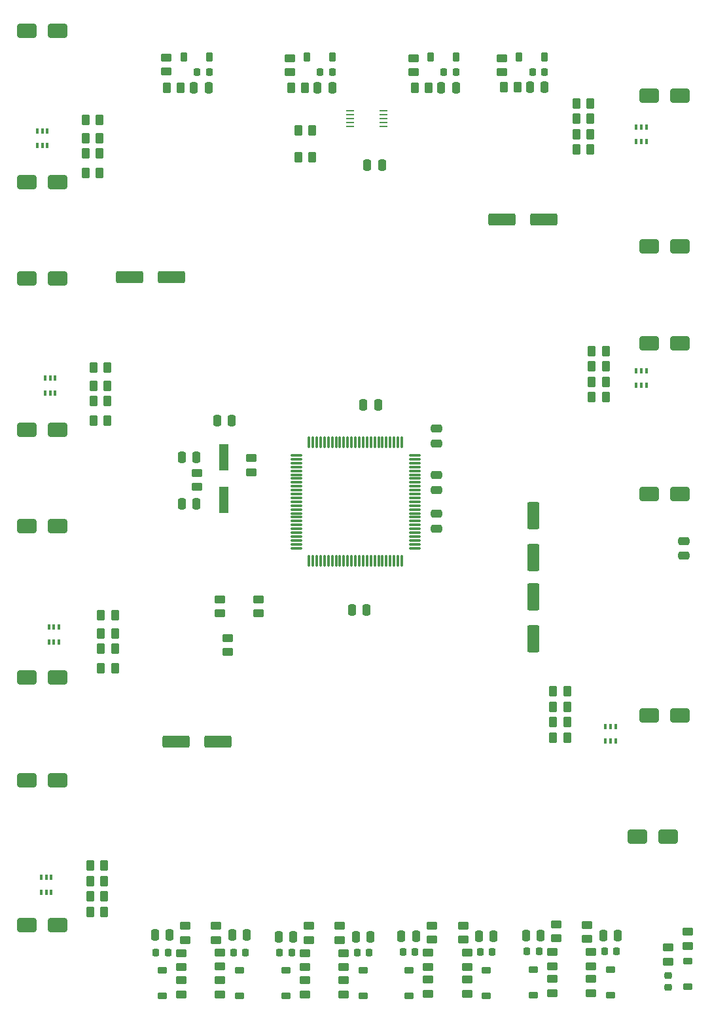
<source format=gbr>
%TF.GenerationSoftware,KiCad,Pcbnew,8.0.7-8.0.7-0~ubuntu22.04.1*%
%TF.CreationDate,2025-02-03T14:05:17-05:00*%
%TF.ProjectId,Keg Washer,4b656720-5761-4736-9865-722e6b696361,rev?*%
%TF.SameCoordinates,Original*%
%TF.FileFunction,Paste,Top*%
%TF.FilePolarity,Positive*%
%FSLAX46Y46*%
G04 Gerber Fmt 4.6, Leading zero omitted, Abs format (unit mm)*
G04 Created by KiCad (PCBNEW 8.0.7-8.0.7-0~ubuntu22.04.1) date 2025-02-03 14:05:17*
%MOMM*%
%LPD*%
G01*
G04 APERTURE LIST*
G04 Aperture macros list*
%AMRoundRect*
0 Rectangle with rounded corners*
0 $1 Rounding radius*
0 $2 $3 $4 $5 $6 $7 $8 $9 X,Y pos of 4 corners*
0 Add a 4 corners polygon primitive as box body*
4,1,4,$2,$3,$4,$5,$6,$7,$8,$9,$2,$3,0*
0 Add four circle primitives for the rounded corners*
1,1,$1+$1,$2,$3*
1,1,$1+$1,$4,$5*
1,1,$1+$1,$6,$7*
1,1,$1+$1,$8,$9*
0 Add four rect primitives between the rounded corners*
20,1,$1+$1,$2,$3,$4,$5,0*
20,1,$1+$1,$4,$5,$6,$7,0*
20,1,$1+$1,$6,$7,$8,$9,0*
20,1,$1+$1,$8,$9,$2,$3,0*%
G04 Aperture macros list end*
%ADD10RoundRect,0.250000X1.500000X0.550000X-1.500000X0.550000X-1.500000X-0.550000X1.500000X-0.550000X0*%
%ADD11RoundRect,0.250000X-1.500000X-0.550000X1.500000X-0.550000X1.500000X0.550000X-1.500000X0.550000X0*%
%ADD12RoundRect,0.250000X-0.475000X0.250000X-0.475000X-0.250000X0.475000X-0.250000X0.475000X0.250000X0*%
%ADD13RoundRect,0.250000X-0.250000X-0.475000X0.250000X-0.475000X0.250000X0.475000X-0.250000X0.475000X0*%
%ADD14RoundRect,0.250000X-0.450000X0.262500X-0.450000X-0.262500X0.450000X-0.262500X0.450000X0.262500X0*%
%ADD15RoundRect,0.218750X-0.256250X0.218750X-0.256250X-0.218750X0.256250X-0.218750X0.256250X0.218750X0*%
%ADD16RoundRect,0.225000X-0.375000X0.225000X-0.375000X-0.225000X0.375000X-0.225000X0.375000X0.225000X0*%
%ADD17R,1.200000X3.500000*%
%ADD18RoundRect,0.075000X-0.662500X0.075000X-0.662500X-0.075000X0.662500X-0.075000X0.662500X0.075000X0*%
%ADD19RoundRect,0.075000X-0.075000X0.662500X-0.075000X-0.662500X0.075000X-0.662500X0.075000X0.662500X0*%
%ADD20R,1.100000X0.250000*%
%ADD21RoundRect,0.250000X0.450000X-0.262500X0.450000X0.262500X-0.450000X0.262500X-0.450000X-0.262500X0*%
%ADD22RoundRect,0.250000X0.262500X0.450000X-0.262500X0.450000X-0.262500X-0.450000X0.262500X-0.450000X0*%
%ADD23RoundRect,0.250000X-0.262500X-0.450000X0.262500X-0.450000X0.262500X0.450000X-0.262500X0.450000X0*%
%ADD24RoundRect,0.100000X-0.100000X0.225000X-0.100000X-0.225000X0.100000X-0.225000X0.100000X0.225000X0*%
%ADD25RoundRect,0.218750X0.218750X0.256250X-0.218750X0.256250X-0.218750X-0.256250X0.218750X-0.256250X0*%
%ADD26RoundRect,0.218750X-0.218750X-0.256250X0.218750X-0.256250X0.218750X0.256250X-0.218750X0.256250X0*%
%ADD27RoundRect,0.225000X-0.225000X-0.375000X0.225000X-0.375000X0.225000X0.375000X-0.225000X0.375000X0*%
%ADD28RoundRect,0.250000X1.000000X0.650000X-1.000000X0.650000X-1.000000X-0.650000X1.000000X-0.650000X0*%
%ADD29RoundRect,0.250000X-1.000000X-0.650000X1.000000X-0.650000X1.000000X0.650000X-1.000000X0.650000X0*%
%ADD30RoundRect,0.250000X0.475000X-0.250000X0.475000X0.250000X-0.475000X0.250000X-0.475000X-0.250000X0*%
%ADD31RoundRect,0.250000X0.550000X-1.500000X0.550000X1.500000X-0.550000X1.500000X-0.550000X-1.500000X0*%
%ADD32RoundRect,0.250000X-0.550000X1.500000X-0.550000X-1.500000X0.550000X-1.500000X0.550000X1.500000X0*%
%ADD33RoundRect,0.250000X0.250000X0.475000X-0.250000X0.475000X-0.250000X-0.475000X0.250000X-0.475000X0*%
G04 APERTURE END LIST*
D10*
%TO.C,C27*%
X228900000Y-96500000D03*
X223500000Y-96500000D03*
%TD*%
D11*
%TO.C,C26*%
X175300000Y-104000000D03*
X180700000Y-104000000D03*
%TD*%
%TO.C,C25*%
X181300000Y-164000000D03*
X186700000Y-164000000D03*
%TD*%
D12*
%TO.C,C24*%
X215000000Y-134550000D03*
X215000000Y-136450000D03*
%TD*%
D13*
%TO.C,C23*%
X186600000Y-122500000D03*
X188500000Y-122500000D03*
%TD*%
D14*
%TO.C,R69*%
X245000000Y-192412500D03*
X245000000Y-190587500D03*
%TD*%
D15*
%TO.C,D40*%
X245000000Y-195787500D03*
X245000000Y-194212500D03*
%TD*%
D16*
%TO.C,D39*%
X247500000Y-195650000D03*
X247500000Y-192350000D03*
%TD*%
D17*
%TO.C,Y1*%
X187500000Y-132750000D03*
X187500000Y-127250000D03*
%TD*%
D18*
%TO.C,U2*%
X212162500Y-127000000D03*
X212162500Y-127500000D03*
X212162500Y-128000000D03*
X212162500Y-128500000D03*
X212162500Y-129000000D03*
X212162500Y-129500000D03*
X212162500Y-130000000D03*
X212162500Y-130500000D03*
X212162500Y-131000000D03*
X212162500Y-131500000D03*
X212162500Y-132000000D03*
X212162500Y-132500000D03*
X212162500Y-133000000D03*
X212162500Y-133500000D03*
X212162500Y-134000000D03*
X212162500Y-134500000D03*
X212162500Y-135000000D03*
X212162500Y-135500000D03*
X212162500Y-136000000D03*
X212162500Y-136500000D03*
X212162500Y-137000000D03*
X212162500Y-137500000D03*
X212162500Y-138000000D03*
X212162500Y-138500000D03*
X212162500Y-139000000D03*
D19*
X210500000Y-140662500D03*
X210000000Y-140662500D03*
X209500000Y-140662500D03*
X209000000Y-140662500D03*
X208500000Y-140662500D03*
X208000000Y-140662500D03*
X207500000Y-140662500D03*
X207000000Y-140662500D03*
X206500000Y-140662500D03*
X206000000Y-140662500D03*
X205500000Y-140662500D03*
X205000000Y-140662500D03*
X204500000Y-140662500D03*
X204000000Y-140662500D03*
X203500000Y-140662500D03*
X203000000Y-140662500D03*
X202500000Y-140662500D03*
X202000000Y-140662500D03*
X201500000Y-140662500D03*
X201000000Y-140662500D03*
X200500000Y-140662500D03*
X200000000Y-140662500D03*
X199500000Y-140662500D03*
X199000000Y-140662500D03*
X198500000Y-140662500D03*
D18*
X196837500Y-139000000D03*
X196837500Y-138500000D03*
X196837500Y-138000000D03*
X196837500Y-137500000D03*
X196837500Y-137000000D03*
X196837500Y-136500000D03*
X196837500Y-136000000D03*
X196837500Y-135500000D03*
X196837500Y-135000000D03*
X196837500Y-134500000D03*
X196837500Y-134000000D03*
X196837500Y-133500000D03*
X196837500Y-133000000D03*
X196837500Y-132500000D03*
X196837500Y-132000000D03*
X196837500Y-131500000D03*
X196837500Y-131000000D03*
X196837500Y-130500000D03*
X196837500Y-130000000D03*
X196837500Y-129500000D03*
X196837500Y-129000000D03*
X196837500Y-128500000D03*
X196837500Y-128000000D03*
X196837500Y-127500000D03*
X196837500Y-127000000D03*
D19*
X198500000Y-125337500D03*
X199000000Y-125337500D03*
X199500000Y-125337500D03*
X200000000Y-125337500D03*
X200500000Y-125337500D03*
X201000000Y-125337500D03*
X201500000Y-125337500D03*
X202000000Y-125337500D03*
X202500000Y-125337500D03*
X203000000Y-125337500D03*
X203500000Y-125337500D03*
X204000000Y-125337500D03*
X204500000Y-125337500D03*
X205000000Y-125337500D03*
X205500000Y-125337500D03*
X206000000Y-125337500D03*
X206500000Y-125337500D03*
X207000000Y-125337500D03*
X207500000Y-125337500D03*
X208000000Y-125337500D03*
X208500000Y-125337500D03*
X209000000Y-125337500D03*
X209500000Y-125337500D03*
X210000000Y-125337500D03*
X210500000Y-125337500D03*
%TD*%
D20*
%TO.C,U1*%
X203850000Y-84500000D03*
X203850000Y-84000000D03*
X203850000Y-83500000D03*
X203850000Y-83000000D03*
X203850000Y-82500000D03*
X208150000Y-82500000D03*
X208150000Y-83000000D03*
X208150000Y-83500000D03*
X208150000Y-84000000D03*
X208150000Y-84500000D03*
%TD*%
D14*
%TO.C,R68*%
X247500000Y-190412500D03*
X247500000Y-188587500D03*
%TD*%
%TO.C,R67*%
X188000000Y-152412500D03*
X188000000Y-150587500D03*
%TD*%
D21*
%TO.C,R66*%
X192000000Y-145587500D03*
X192000000Y-147412500D03*
%TD*%
%TO.C,R65*%
X187000000Y-145587500D03*
X187000000Y-147412500D03*
%TD*%
D14*
%TO.C,R64*%
X198000000Y-196650000D03*
X198000000Y-194825000D03*
%TD*%
%TO.C,R63*%
X203000000Y-196650000D03*
X203000000Y-194825000D03*
%TD*%
%TO.C,R62*%
X182000000Y-196650000D03*
X182000000Y-194825000D03*
%TD*%
%TO.C,R61*%
X187000000Y-196650000D03*
X187000000Y-194825000D03*
%TD*%
%TO.C,R60*%
X198000000Y-193150000D03*
X198000000Y-191325000D03*
%TD*%
%TO.C,R59*%
X203000000Y-193150000D03*
X203000000Y-191325000D03*
%TD*%
%TO.C,R58*%
X182000000Y-193150000D03*
X182000000Y-191325000D03*
%TD*%
%TO.C,R57*%
X187000000Y-193062500D03*
X187000000Y-191237500D03*
%TD*%
D21*
%TO.C,R56*%
X198500000Y-187825000D03*
X198500000Y-189650000D03*
%TD*%
%TO.C,R55*%
X202500000Y-187825000D03*
X202500000Y-189650000D03*
%TD*%
%TO.C,R54*%
X182500000Y-187825000D03*
X182500000Y-189650000D03*
%TD*%
%TO.C,R53*%
X186500000Y-187825000D03*
X186500000Y-189650000D03*
%TD*%
D14*
%TO.C,R52*%
X230000000Y-196500000D03*
X230000000Y-194675000D03*
%TD*%
%TO.C,R51*%
X235000000Y-196500000D03*
X235000000Y-194675000D03*
%TD*%
%TO.C,R50*%
X213932500Y-196582500D03*
X213932500Y-194757500D03*
%TD*%
%TO.C,R49*%
X218932500Y-196582500D03*
X218932500Y-194757500D03*
%TD*%
%TO.C,R48*%
X230000000Y-193000000D03*
X230000000Y-191175000D03*
%TD*%
%TO.C,R47*%
X235000000Y-191175000D03*
X235000000Y-193000000D03*
%TD*%
%TO.C,R46*%
X213932500Y-193082500D03*
X213932500Y-191257500D03*
%TD*%
%TO.C,R45*%
X218932500Y-193082500D03*
X218932500Y-191257500D03*
%TD*%
D21*
%TO.C,R44*%
X230500000Y-187587500D03*
X230500000Y-189412500D03*
%TD*%
%TO.C,R43*%
X234500000Y-187675000D03*
X234500000Y-189500000D03*
%TD*%
%TO.C,R42*%
X214432500Y-187757500D03*
X214432500Y-189582500D03*
%TD*%
%TO.C,R41*%
X218432500Y-187757500D03*
X218432500Y-189582500D03*
%TD*%
%TO.C,R40*%
X180000000Y-75587500D03*
X180000000Y-77412500D03*
%TD*%
%TO.C,R39*%
X196000000Y-75675000D03*
X196000000Y-77500000D03*
%TD*%
D22*
%TO.C,R38*%
X180087500Y-79500000D03*
X181912500Y-79500000D03*
%TD*%
%TO.C,R37*%
X196175000Y-79500000D03*
X198000000Y-79500000D03*
%TD*%
%TO.C,R36*%
X197087500Y-85000000D03*
X198912500Y-85000000D03*
%TD*%
%TO.C,R35*%
X197087500Y-88500000D03*
X198912500Y-88500000D03*
%TD*%
D21*
%TO.C,R34*%
X212000000Y-75675000D03*
X212000000Y-77500000D03*
%TD*%
D22*
%TO.C,R33*%
X212175000Y-79500000D03*
X214000000Y-79500000D03*
%TD*%
D14*
%TO.C,R32*%
X184000000Y-131075000D03*
X184000000Y-129250000D03*
%TD*%
%TO.C,R31*%
X191000000Y-129162500D03*
X191000000Y-127337500D03*
%TD*%
D22*
%TO.C,R30*%
X223675000Y-79432500D03*
X225500000Y-79432500D03*
%TD*%
D21*
%TO.C,R29*%
X223500000Y-75675000D03*
X223500000Y-77500000D03*
%TD*%
D23*
%TO.C,R28*%
X172000000Y-180000000D03*
X170175000Y-180000000D03*
%TD*%
%TO.C,R27*%
X171587500Y-147672500D03*
X173412500Y-147672500D03*
%TD*%
%TO.C,R26*%
X172000000Y-182000000D03*
X170175000Y-182000000D03*
%TD*%
%TO.C,R25*%
X171587500Y-150000000D03*
X173412500Y-150000000D03*
%TD*%
D22*
%TO.C,R24*%
X170175000Y-184000000D03*
X172000000Y-184000000D03*
%TD*%
%TO.C,R23*%
X173412500Y-152000000D03*
X171587500Y-152000000D03*
%TD*%
%TO.C,R22*%
X170175000Y-186000000D03*
X172000000Y-186000000D03*
%TD*%
%TO.C,R21*%
X173412500Y-154500000D03*
X171587500Y-154500000D03*
%TD*%
D23*
%TO.C,R20*%
X172412500Y-115672500D03*
X170587500Y-115672500D03*
%TD*%
%TO.C,R19*%
X171412500Y-83672500D03*
X169587500Y-83672500D03*
%TD*%
%TO.C,R18*%
X172412500Y-118000000D03*
X170587500Y-118000000D03*
%TD*%
%TO.C,R17*%
X171412500Y-86000000D03*
X169587500Y-86000000D03*
%TD*%
D22*
%TO.C,R16*%
X170587500Y-120000000D03*
X172412500Y-120000000D03*
%TD*%
%TO.C,R15*%
X169587500Y-88000000D03*
X171412500Y-88000000D03*
%TD*%
%TO.C,R14*%
X170587500Y-122500000D03*
X172412500Y-122500000D03*
%TD*%
%TO.C,R13*%
X169587500Y-90500000D03*
X171412500Y-90500000D03*
%TD*%
%TO.C,R12*%
X230087500Y-157500000D03*
X231912500Y-157500000D03*
%TD*%
%TO.C,R11*%
X230087500Y-159500000D03*
X231912500Y-159500000D03*
%TD*%
D23*
%TO.C,R10*%
X231912500Y-161500000D03*
X230087500Y-161500000D03*
%TD*%
%TO.C,R9*%
X231912500Y-163500000D03*
X230087500Y-163500000D03*
%TD*%
D22*
%TO.C,R8*%
X235087500Y-113500000D03*
X236912500Y-113500000D03*
%TD*%
%TO.C,R7*%
X235087500Y-115500000D03*
X236912500Y-115500000D03*
%TD*%
D23*
%TO.C,R6*%
X236912500Y-117500000D03*
X235087500Y-117500000D03*
%TD*%
%TO.C,R5*%
X236912500Y-119500000D03*
X235087500Y-119500000D03*
%TD*%
%TO.C,R4*%
X234912500Y-85500000D03*
X233087500Y-85500000D03*
%TD*%
D22*
%TO.C,R3*%
X233087500Y-83500000D03*
X234912500Y-83500000D03*
%TD*%
%TO.C,R2*%
X233087500Y-81500000D03*
X234912500Y-81500000D03*
%TD*%
D23*
%TO.C,R1*%
X234912500Y-87500000D03*
X233087500Y-87500000D03*
%TD*%
D24*
%TO.C,Q7*%
X165150000Y-183450000D03*
X164500000Y-183450000D03*
X163850000Y-183450000D03*
X163850000Y-181550000D03*
X164500000Y-181550000D03*
X165150000Y-181550000D03*
%TD*%
%TO.C,Q6*%
X166150000Y-149222500D03*
X165500000Y-149222500D03*
X164850000Y-149222500D03*
X164850000Y-151122500D03*
X165500000Y-151122500D03*
X166150000Y-151122500D03*
%TD*%
%TO.C,Q5*%
X165650000Y-118950000D03*
X165000000Y-118950000D03*
X164350000Y-118950000D03*
X164350000Y-117050000D03*
X165000000Y-117050000D03*
X165650000Y-117050000D03*
%TD*%
%TO.C,Q4*%
X164650000Y-86950000D03*
X164000000Y-86950000D03*
X163350000Y-86950000D03*
X163350000Y-85050000D03*
X164000000Y-85050000D03*
X164650000Y-85050000D03*
%TD*%
%TO.C,Q3*%
X238150000Y-163950000D03*
X237500000Y-163950000D03*
X236850000Y-163950000D03*
X236850000Y-162050000D03*
X237500000Y-162050000D03*
X238150000Y-162050000D03*
%TD*%
%TO.C,Q2*%
X242150000Y-117950000D03*
X241500000Y-117950000D03*
X240850000Y-117950000D03*
X240850000Y-116050000D03*
X241500000Y-116050000D03*
X242150000Y-116050000D03*
%TD*%
%TO.C,Q1*%
X242150000Y-86450000D03*
X241500000Y-86450000D03*
X240850000Y-86450000D03*
X240850000Y-84550000D03*
X241500000Y-84550000D03*
X242150000Y-84550000D03*
%TD*%
D16*
%TO.C,D38*%
X195500000Y-196887500D03*
X195500000Y-193587500D03*
%TD*%
%TO.C,D37*%
X205500000Y-196887500D03*
X205500000Y-193587500D03*
%TD*%
%TO.C,D36*%
X179500000Y-196887500D03*
X179500000Y-193587500D03*
%TD*%
%TO.C,D35*%
X189500000Y-196887500D03*
X189500000Y-193587500D03*
%TD*%
D25*
%TO.C,D34*%
X194712500Y-191237500D03*
X196287500Y-191237500D03*
%TD*%
D26*
%TO.C,D33*%
X206287500Y-191237500D03*
X204712500Y-191237500D03*
%TD*%
D25*
%TO.C,D32*%
X178712500Y-191237500D03*
X180287500Y-191237500D03*
%TD*%
D26*
%TO.C,D31*%
X190287500Y-191237500D03*
X188712500Y-191237500D03*
%TD*%
D16*
%TO.C,D30*%
X227500000Y-196737500D03*
X227500000Y-193437500D03*
%TD*%
%TO.C,D29*%
X237500000Y-196737500D03*
X237500000Y-193437500D03*
%TD*%
%TO.C,D28*%
X211432500Y-196820000D03*
X211432500Y-193520000D03*
%TD*%
%TO.C,D27*%
X221432500Y-196820000D03*
X221432500Y-193520000D03*
%TD*%
D25*
%TO.C,D26*%
X226712500Y-191087500D03*
X228287500Y-191087500D03*
%TD*%
D26*
%TO.C,D25*%
X238287500Y-191087500D03*
X236712500Y-191087500D03*
%TD*%
D25*
%TO.C,D24*%
X210645000Y-191170000D03*
X212220000Y-191170000D03*
%TD*%
D26*
%TO.C,D23*%
X222220000Y-191170000D03*
X220645000Y-191170000D03*
%TD*%
D27*
%TO.C,D22*%
X185600000Y-75500000D03*
X182300000Y-75500000D03*
%TD*%
%TO.C,D21*%
X201500000Y-75500000D03*
X198200000Y-75500000D03*
%TD*%
D26*
%TO.C,D20*%
X185575000Y-77500000D03*
X184000000Y-77500000D03*
%TD*%
%TO.C,D19*%
X201500000Y-77500000D03*
X199925000Y-77500000D03*
%TD*%
D27*
%TO.C,D18*%
X217500000Y-75500000D03*
X214200000Y-75500000D03*
%TD*%
D26*
%TO.C,D17*%
X217500000Y-77500000D03*
X215925000Y-77500000D03*
%TD*%
D27*
%TO.C,D16*%
X229000000Y-75500000D03*
X225700000Y-75500000D03*
%TD*%
D26*
%TO.C,D15*%
X229000000Y-77500000D03*
X227425000Y-77500000D03*
%TD*%
D28*
%TO.C,D14*%
X162000000Y-169000000D03*
X166000000Y-169000000D03*
%TD*%
%TO.C,D13*%
X165957500Y-136172500D03*
X161957500Y-136172500D03*
%TD*%
%TO.C,D12*%
X161957500Y-187672500D03*
X165957500Y-187672500D03*
%TD*%
%TO.C,D11*%
X161957500Y-155672500D03*
X165957500Y-155672500D03*
%TD*%
%TO.C,D10*%
X161957500Y-104172500D03*
X165957500Y-104172500D03*
%TD*%
%TO.C,D9*%
X161957500Y-72172500D03*
X165957500Y-72172500D03*
%TD*%
%TO.C,D8*%
X161957500Y-123672500D03*
X165957500Y-123672500D03*
%TD*%
%TO.C,D7*%
X161957500Y-91672500D03*
X165957500Y-91672500D03*
%TD*%
D29*
%TO.C,D6*%
X246500000Y-160587500D03*
X242500000Y-160587500D03*
%TD*%
D28*
%TO.C,D5*%
X241000000Y-176250000D03*
X245000000Y-176250000D03*
%TD*%
D29*
%TO.C,D4*%
X246500000Y-112500000D03*
X242500000Y-112500000D03*
%TD*%
%TO.C,D3*%
X246500000Y-132000000D03*
X242500000Y-132000000D03*
%TD*%
%TO.C,D2*%
X246500000Y-80500000D03*
X242500000Y-80500000D03*
%TD*%
%TO.C,D1*%
X246500000Y-100000000D03*
X242500000Y-100000000D03*
%TD*%
D30*
%TO.C,C22*%
X215000000Y-129550000D03*
X215000000Y-131450000D03*
%TD*%
D13*
%TO.C,C21*%
X207950000Y-89500000D03*
X206050000Y-89500000D03*
%TD*%
D31*
%TO.C,C20*%
X227500000Y-145300000D03*
X227500000Y-150700000D03*
%TD*%
D32*
%TO.C,C19*%
X227500000Y-140200000D03*
X227500000Y-134800000D03*
%TD*%
D12*
%TO.C,C18*%
X215000000Y-125450000D03*
X215000000Y-123550000D03*
%TD*%
D13*
%TO.C,C17*%
X207450000Y-120500000D03*
X205550000Y-120500000D03*
%TD*%
D33*
%TO.C,C16*%
X204050000Y-147000000D03*
X205950000Y-147000000D03*
%TD*%
D12*
%TO.C,C15*%
X247000000Y-139950000D03*
X247000000Y-138050000D03*
%TD*%
D13*
%TO.C,C14*%
X183950000Y-127250000D03*
X182050000Y-127250000D03*
%TD*%
%TO.C,C13*%
X183950000Y-133250000D03*
X182050000Y-133250000D03*
%TD*%
D33*
%TO.C,C12*%
X194550000Y-189237500D03*
X196450000Y-189237500D03*
%TD*%
D13*
%TO.C,C11*%
X206450000Y-189237500D03*
X204550000Y-189237500D03*
%TD*%
D33*
%TO.C,C10*%
X180450000Y-189000000D03*
X178550000Y-189000000D03*
%TD*%
D13*
%TO.C,C9*%
X190450000Y-189000000D03*
X188550000Y-189000000D03*
%TD*%
D33*
%TO.C,C8*%
X226550000Y-189087500D03*
X228450000Y-189087500D03*
%TD*%
D13*
%TO.C,C7*%
X238450000Y-189087500D03*
X236550000Y-189087500D03*
%TD*%
D33*
%TO.C,C6*%
X210432500Y-189170000D03*
X212332500Y-189170000D03*
%TD*%
D13*
%TO.C,C5*%
X222382500Y-189170000D03*
X220482500Y-189170000D03*
%TD*%
%TO.C,C4*%
X185500000Y-79500000D03*
X183600000Y-79500000D03*
%TD*%
%TO.C,C3*%
X201500000Y-79500000D03*
X199600000Y-79500000D03*
%TD*%
%TO.C,C2*%
X217500000Y-79500000D03*
X215600000Y-79500000D03*
%TD*%
%TO.C,C1*%
X229000000Y-79432500D03*
X227100000Y-79432500D03*
%TD*%
M02*

</source>
